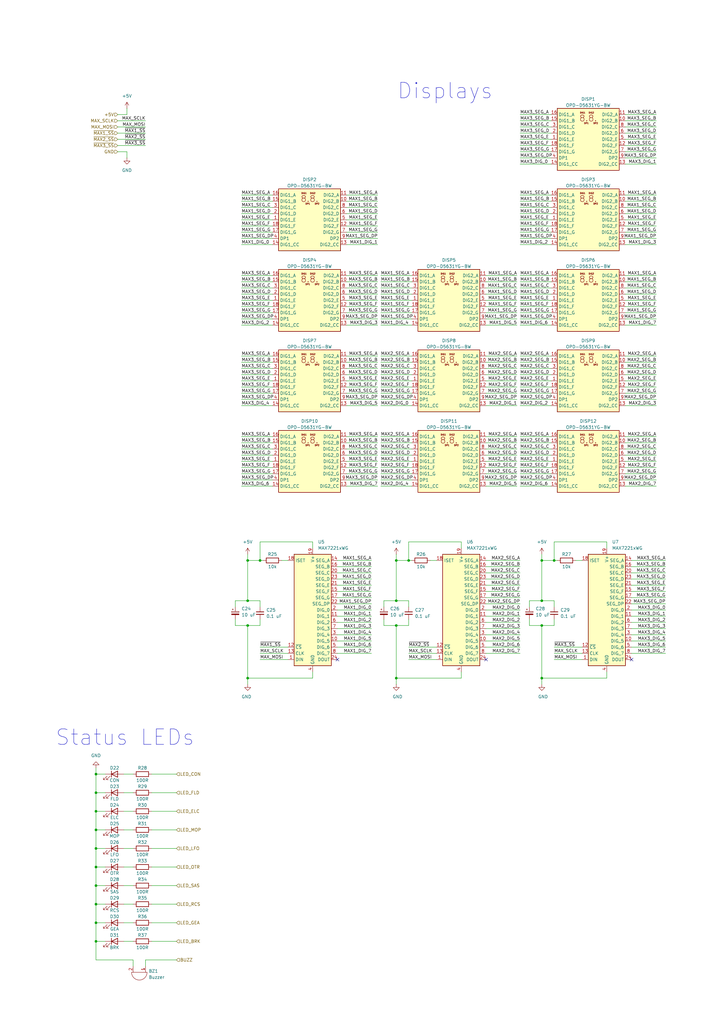
<source format=kicad_sch>
(kicad_sch (version 20250114) (generator "eeschema") (generator_version "9.0")
  (paper "A3" portrait)
  (text "Status LEDs\n" (at 22.606 306.324 0) (effects (font (size 6.35 6.35)) (justify left bottom)))
  (text "Displays" (at 162.814 41.148 0) (effects (font (size 6.35 6.35)) (justify left bottom)))
  (junction (at 39.37 340.36))
  (junction (at 39.37 370.84))
  (junction (at 39.37 363.22))
  (junction (at 39.37 347.98))
  (junction (at 227.33 229.87))
  (junction (at 39.37 332.74))
  (junction (at 222.25 246.38))
  (junction (at 222.25 256.54))
  (junction (at 167.64 229.87))
  (junction (at 39.37 378.46))
  (junction (at 222.25 229.87))
  (junction (at 101.6 229.87))
  (junction (at 222.25 278.13))
  (junction (at 162.56 256.54))
  (junction (at 39.37 386.08))
  (junction (at 101.6 246.38))
  (junction (at 39.37 355.6))
  (junction (at 162.56 278.13))
  (junction (at 162.56 229.87))
  (junction (at 39.37 317.5))
  (junction (at 101.6 278.13))
  (junction (at 106.68 229.87))
  (junction (at 101.6 256.54))
  (junction (at 162.56 246.38))
  (junction (at 39.37 325.12))
  (no_connect (at 199.39 270.51))
  (no_connect (at 138.43 270.51))
  (no_connect (at 259.08 270.51))
  (wire (pts (xy 256.54 166.37) (xy 269.24 166.37)))
  (wire (pts (xy 106.68 267.97) (xy 118.11 267.97)))
  (wire (pts (xy 39.37 386.08) (xy 39.37 378.46)))
  (wire (pts (xy 199.39 255.27) (xy 213.36 255.27)))
  (wire (pts (xy 39.37 370.84) (xy 39.37 363.22)))
  (wire (pts (xy 199.39 196.85) (xy 212.09 196.85)))
  (wire (pts (xy 213.36 62.23) (xy 226.06 62.23)))
  (wire (pts (xy 138.43 262.89) (xy 152.4 262.89)))
  (wire (pts (xy 259.08 250.19) (xy 273.05 250.19)))
  (wire (pts (xy 138.43 234.95) (xy 152.4 234.95)))
  (wire (pts (xy 156.21 191.77) (xy 168.91 191.77)))
  (wire (pts (xy 50.8 370.84) (xy 54.61 370.84)))
  (wire (pts (xy 168.91 229.87) (xy 167.64 229.87)))
  (wire (pts (xy 256.54 118.11) (xy 269.24 118.11)))
  (wire (pts (xy 99.06 130.81) (xy 111.76 130.81)))
  (wire (pts (xy 222.25 229.87) (xy 222.25 246.38)))
  (wire (pts (xy 157.48 256.54) (xy 162.56 256.54)))
  (wire (pts (xy 107.95 229.87) (xy 106.68 229.87)))
  (wire (pts (xy 199.39 115.57) (xy 212.09 115.57)))
  (wire (pts (xy 101.6 256.54) (xy 106.68 256.54)))
  (wire (pts (xy 142.24 186.69) (xy 154.94 186.69)))
  (wire (pts (xy 213.36 156.21) (xy 226.06 156.21)))
  (wire (pts (xy 142.24 80.01) (xy 154.94 80.01)))
  (wire (pts (xy 256.54 97.79) (xy 269.24 97.79)))
  (wire (pts (xy 199.39 166.37) (xy 212.09 166.37)))
  (wire (pts (xy 162.56 229.87) (xy 162.56 246.38)))
  (wire (pts (xy 99.06 181.61) (xy 111.76 181.61)))
  (wire (pts (xy 99.06 133.35) (xy 111.76 133.35)))
  (wire (pts (xy 39.37 340.36) (xy 39.37 332.74)))
  (wire (pts (xy 199.39 191.77) (xy 212.09 191.77)))
  (wire (pts (xy 142.24 196.85) (xy 154.94 196.85)))
  (wire (pts (xy 99.06 120.65) (xy 111.76 120.65)))
  (wire (pts (xy 142.24 161.29) (xy 154.94 161.29)))
  (wire (pts (xy 256.54 57.15) (xy 269.24 57.15)))
  (wire (pts (xy 157.48 248.92) (xy 157.48 246.38)))
  (wire (pts (xy 199.39 265.43) (xy 213.36 265.43)))
  (wire (pts (xy 217.17 246.38) (xy 222.25 246.38)))
  (wire (pts (xy 101.6 278.13) (xy 128.27 278.13)))
  (wire (pts (xy 167.64 265.43) (xy 179.07 265.43)))
  (wire (pts (xy 101.6 227.33) (xy 101.6 229.87)))
  (wire (pts (xy 256.54 113.03) (xy 269.24 113.03)))
  (wire (pts (xy 256.54 123.19) (xy 269.24 123.19)))
  (wire (pts (xy 199.39 245.11) (xy 213.36 245.11)))
  (wire (pts (xy 256.54 52.07) (xy 269.24 52.07)))
  (wire (pts (xy 256.54 130.81) (xy 269.24 130.81)))
  (wire (pts (xy 189.23 222.25) (xy 189.23 224.79)))
  (wire (pts (xy 213.36 191.77) (xy 226.06 191.77)))
  (wire (pts (xy 48.26 57.15) (xy 59.69 57.15)))
  (wire (pts (xy 142.24 199.39) (xy 154.94 199.39)))
  (wire (pts (xy 48.26 54.61) (xy 59.69 54.61)))
  (wire (pts (xy 156.21 199.39) (xy 168.91 199.39)))
  (wire (pts (xy 106.68 270.51) (xy 118.11 270.51)))
  (wire (pts (xy 162.56 229.87) (xy 167.64 229.87)))
  (wire (pts (xy 106.68 229.87) (xy 106.68 222.25)))
  (wire (pts (xy 138.43 240.03) (xy 152.4 240.03)))
  (wire (pts (xy 256.54 151.13) (xy 269.24 151.13)))
  (wire (pts (xy 39.37 314.96) (xy 39.37 317.5)))
  (wire (pts (xy 167.64 229.87) (xy 167.64 222.25)))
  (wire (pts (xy 213.36 158.75) (xy 226.06 158.75)))
  (wire (pts (xy 213.36 153.67) (xy 226.06 153.67)))
  (wire (pts (xy 213.36 196.85) (xy 226.06 196.85)))
  (wire (pts (xy 199.39 186.69) (xy 212.09 186.69)))
  (wire (pts (xy 156.21 123.19) (xy 168.91 123.19)))
  (wire (pts (xy 99.06 100.33) (xy 111.76 100.33)))
  (wire (pts (xy 256.54 120.65) (xy 269.24 120.65)))
  (wire (pts (xy 227.33 254) (xy 227.33 256.54)))
  (wire (pts (xy 142.24 163.83) (xy 154.94 163.83)))
  (wire (pts (xy 199.39 189.23) (xy 212.09 189.23)))
  (wire (pts (xy 142.24 123.19) (xy 154.94 123.19)))
  (wire (pts (xy 99.06 97.79) (xy 111.76 97.79)))
  (wire (pts (xy 156.21 120.65) (xy 168.91 120.65)))
  (wire (pts (xy 167.64 254) (xy 167.64 256.54)))
  (wire (pts (xy 128.27 275.59) (xy 128.27 278.13)))
  (wire (pts (xy 142.24 146.05) (xy 154.94 146.05)))
  (wire (pts (xy 96.52 246.38) (xy 101.6 246.38)))
  (wire (pts (xy 138.43 255.27) (xy 152.4 255.27)))
  (wire (pts (xy 50.8 378.46) (xy 54.61 378.46)))
  (wire (pts (xy 39.37 378.46) (xy 43.18 378.46)))
  (wire (pts (xy 167.64 267.97) (xy 179.07 267.97)))
  (wire (pts (xy 142.24 148.59) (xy 154.94 148.59)))
  (wire (pts (xy 213.36 67.31) (xy 226.06 67.31)))
  (wire (pts (xy 39.37 347.98) (xy 39.37 355.6)))
  (wire (pts (xy 199.39 250.19) (xy 213.36 250.19)))
  (wire (pts (xy 256.54 191.77) (xy 269.24 191.77)))
  (wire (pts (xy 199.39 247.65) (xy 213.36 247.65)))
  (wire (pts (xy 142.24 90.17) (xy 154.94 90.17)))
  (wire (pts (xy 199.39 148.59) (xy 212.09 148.59)))
  (wire (pts (xy 128.27 222.25) (xy 128.27 224.79)))
  (wire (pts (xy 39.37 317.5) (xy 43.18 317.5)))
  (wire (pts (xy 138.43 237.49) (xy 152.4 237.49)))
  (wire (pts (xy 99.06 153.67) (xy 111.76 153.67)))
  (wire (pts (xy 156.21 163.83) (xy 168.91 163.83)))
  (wire (pts (xy 156.21 156.21) (xy 168.91 156.21)))
  (wire (pts (xy 199.39 260.35) (xy 213.36 260.35)))
  (wire (pts (xy 99.06 156.21) (xy 111.76 156.21)))
  (wire (pts (xy 227.33 267.97) (xy 238.76 267.97)))
  (wire (pts (xy 213.36 166.37) (xy 226.06 166.37)))
  (wire (pts (xy 199.39 267.97) (xy 213.36 267.97)))
  (wire (pts (xy 39.37 347.98) (xy 39.37 340.36)))
  (wire (pts (xy 50.8 317.5) (xy 54.61 317.5)))
  (wire (pts (xy 39.37 332.74) (xy 43.18 332.74)))
  (wire (pts (xy 62.23 332.74) (xy 72.39 332.74)))
  (wire (pts (xy 62.23 378.46) (xy 72.39 378.46)))
  (wire (pts (xy 99.06 189.23) (xy 111.76 189.23)))
  (wire (pts (xy 142.24 82.55) (xy 154.94 82.55)))
  (wire (pts (xy 101.6 229.87) (xy 106.68 229.87)))
  (wire (pts (xy 138.43 247.65) (xy 152.4 247.65)))
  (wire (pts (xy 176.53 229.87) (xy 179.07 229.87)))
  (wire (pts (xy 256.54 46.99) (xy 269.24 46.99)))
  (wire (pts (xy 39.37 378.46) (xy 39.37 370.84)))
  (wire (pts (xy 101.6 278.13) (xy 101.6 280.67)))
  (wire (pts (xy 213.36 54.61) (xy 226.06 54.61)))
  (wire (pts (xy 256.54 163.83) (xy 269.24 163.83)))
  (wire (pts (xy 142.24 184.15) (xy 154.94 184.15)))
  (wire (pts (xy 248.92 275.59) (xy 248.92 278.13)))
  (wire (pts (xy 222.25 278.13) (xy 248.92 278.13)))
  (wire (pts (xy 213.36 148.59) (xy 226.06 148.59)))
  (wire (pts (xy 199.39 153.67) (xy 212.09 153.67)))
  (wire (pts (xy 99.06 90.17) (xy 111.76 90.17)))
  (wire (pts (xy 96.52 248.92) (xy 96.52 246.38)))
  (wire (pts (xy 256.54 59.69) (xy 269.24 59.69)))
  (wire (pts (xy 156.21 181.61) (xy 168.91 181.61)))
  (wire (pts (xy 213.36 146.05) (xy 226.06 146.05)))
  (wire (pts (xy 156.21 128.27) (xy 168.91 128.27)))
  (wire (pts (xy 99.06 166.37) (xy 111.76 166.37)))
  (wire (pts (xy 199.39 199.39) (xy 212.09 199.39)))
  (wire (pts (xy 138.43 257.81) (xy 152.4 257.81)))
  (wire (pts (xy 256.54 95.25) (xy 269.24 95.25)))
  (wire (pts (xy 199.39 130.81) (xy 212.09 130.81)))
  (wire (pts (xy 227.33 265.43) (xy 238.76 265.43)))
  (wire (pts (xy 222.25 227.33) (xy 222.25 229.87)))
  (wire (pts (xy 256.54 85.09) (xy 269.24 85.09)))
  (wire (pts (xy 62.23 340.36) (xy 72.39 340.36)))
  (wire (pts (xy 256.54 186.69) (xy 269.24 186.69)))
  (wire (pts (xy 259.08 267.97) (xy 273.05 267.97)))
  (wire (pts (xy 213.36 90.17) (xy 226.06 90.17)))
  (wire (pts (xy 39.37 370.84) (xy 43.18 370.84)))
  (wire (pts (xy 156.21 146.05) (xy 168.91 146.05)))
  (wire (pts (xy 213.36 49.53) (xy 226.06 49.53)))
  (wire (pts (xy 256.54 181.61) (xy 269.24 181.61)))
  (wire (pts (xy 199.39 179.07) (xy 212.09 179.07)))
  (wire (pts (xy 142.24 156.21) (xy 154.94 156.21)))
  (wire (pts (xy 99.06 179.07) (xy 111.76 179.07)))
  (wire (pts (xy 256.54 54.61) (xy 269.24 54.61)))
  (wire (pts (xy 259.08 247.65) (xy 273.05 247.65)))
  (wire (pts (xy 256.54 64.77) (xy 269.24 64.77)))
  (wire (pts (xy 62.23 317.5) (xy 72.39 317.5)))
  (wire (pts (xy 213.36 64.77) (xy 226.06 64.77)))
  (wire (pts (xy 142.24 118.11) (xy 154.94 118.11)))
  (wire (pts (xy 142.24 158.75) (xy 154.94 158.75)))
  (wire (pts (xy 99.06 184.15) (xy 111.76 184.15)))
  (wire (pts (xy 99.06 163.83) (xy 111.76 163.83)))
  (wire (pts (xy 142.24 120.65) (xy 154.94 120.65)))
  (wire (pts (xy 213.36 85.09) (xy 226.06 85.09)))
  (wire (pts (xy 199.39 194.31) (xy 212.09 194.31)))
  (wire (pts (xy 199.39 146.05) (xy 212.09 146.05)))
  (wire (pts (xy 50.8 325.12) (xy 54.61 325.12)))
  (wire (pts (xy 106.68 265.43) (xy 118.11 265.43)))
  (wire (pts (xy 199.39 123.19) (xy 212.09 123.19)))
  (wire (pts (xy 142.24 179.07) (xy 154.94 179.07)))
  (wire (pts (xy 62.23 370.84) (xy 72.39 370.84)))
  (wire (pts (xy 256.54 148.59) (xy 269.24 148.59)))
  (wire (pts (xy 256.54 194.31) (xy 269.24 194.31)))
  (wire (pts (xy 39.37 363.22) (xy 43.18 363.22)))
  (wire (pts (xy 213.36 189.23) (xy 226.06 189.23)))
  (wire (pts (xy 259.08 237.49) (xy 273.05 237.49)))
  (wire (pts (xy 213.36 95.25) (xy 226.06 95.25)))
  (wire (pts (xy 50.8 363.22) (xy 54.61 363.22)))
  (wire (pts (xy 99.06 158.75) (xy 111.76 158.75)))
  (wire (pts (xy 156.21 196.85) (xy 168.91 196.85)))
  (wire (pts (xy 222.25 246.38) (xy 227.33 246.38)))
  (wire (pts (xy 213.36 163.83) (xy 226.06 163.83)))
  (wire (pts (xy 213.36 199.39) (xy 226.06 199.39)))
  (wire (pts (xy 48.26 62.23) (xy 52.07 62.23)))
  (wire (pts (xy 256.54 199.39) (xy 269.24 199.39)))
  (wire (pts (xy 167.64 222.25) (xy 189.23 222.25)))
  (wire (pts (xy 256.54 115.57) (xy 269.24 115.57)))
  (wire (pts (xy 162.56 278.13) (xy 162.56 280.67)))
  (wire (pts (xy 115.57 229.87) (xy 118.11 229.87)))
  (wire (pts (xy 222.25 278.13) (xy 222.25 280.67)))
  (wire (pts (xy 189.23 275.59) (xy 189.23 278.13)))
  (wire (pts (xy 39.37 332.74) (xy 39.37 325.12)))
  (wire (pts (xy 199.39 237.49) (xy 213.36 237.49)))
  (wire (pts (xy 62.23 386.08) (xy 72.39 386.08)))
  (wire (pts (xy 62.23 347.98) (xy 72.39 347.98)))
  (wire (pts (xy 52.07 62.23) (xy 52.07 64.77)))
  (wire (pts (xy 227.33 246.38) (xy 227.33 248.92)))
  (wire (pts (xy 213.36 179.07) (xy 226.06 179.07)))
  (wire (pts (xy 259.08 245.11) (xy 273.05 245.11)))
  (wire (pts (xy 256.54 184.15) (xy 269.24 184.15)))
  (wire (pts (xy 142.24 181.61) (xy 154.94 181.61)))
  (wire (pts (xy 199.39 234.95) (xy 213.36 234.95)))
  (wire (pts (xy 259.08 265.43) (xy 273.05 265.43)))
  (wire (pts (xy 156.21 151.13) (xy 168.91 151.13)))
  (wire (pts (xy 199.39 257.81) (xy 213.36 257.81)))
  (wire (pts (xy 236.22 229.87) (xy 238.76 229.87)))
  (wire (pts (xy 213.36 100.33) (xy 226.06 100.33)))
  (wire (pts (xy 256.54 156.21) (xy 269.24 156.21)))
  (wire (pts (xy 157.48 246.38) (xy 162.56 246.38)))
  (wire (pts (xy 199.39 113.03) (xy 212.09 113.03)))
  (wire (pts (xy 259.08 240.03) (xy 273.05 240.03)))
  (wire (pts (xy 99.06 199.39) (xy 111.76 199.39)))
  (wire (pts (xy 217.17 248.92) (xy 217.17 246.38)))
  (wire (pts (xy 99.06 80.01) (xy 111.76 80.01)))
  (wire (pts (xy 256.54 49.53) (xy 269.24 49.53)))
  (wire (pts (xy 199.39 161.29) (xy 212.09 161.29)))
  (wire (pts (xy 138.43 229.87) (xy 152.4 229.87)))
  (wire (pts (xy 162.56 227.33) (xy 162.56 229.87)))
  (wire (pts (xy 59.69 393.7) (xy 59.69 396.24)))
  (wire (pts (xy 256.54 189.23) (xy 269.24 189.23)))
  (wire (pts (xy 96.52 254) (xy 96.52 256.54)))
  (wire (pts (xy 156.21 115.57) (xy 168.91 115.57)))
  (wire (pts (xy 99.06 115.57) (xy 111.76 115.57)))
  (wire (pts (xy 156.21 125.73) (xy 168.91 125.73)))
  (wire (pts (xy 50.8 347.98) (xy 54.61 347.98)))
  (wire (pts (xy 142.24 95.25) (xy 154.94 95.25)))
  (wire (pts (xy 99.06 196.85) (xy 111.76 196.85)))
  (wire (pts (xy 259.08 229.87) (xy 273.05 229.87)))
  (wire (pts (xy 138.43 245.11) (xy 152.4 245.11)))
  (wire (pts (xy 256.54 67.31) (xy 269.24 67.31)))
  (wire (pts (xy 256.54 133.35) (xy 269.24 133.35)))
  (wire (pts (xy 106.68 246.38) (xy 106.68 248.92)))
  (wire (pts (xy 59.69 393.7) (xy 72.39 393.7)))
  (wire (pts (xy 199.39 118.11) (xy 212.09 118.11)))
  (wire (pts (xy 213.36 120.65) (xy 226.06 120.65)))
  (wire (pts (xy 156.21 184.15) (xy 168.91 184.15)))
  (wire (pts (xy 142.24 133.35) (xy 154.94 133.35)))
  (wire (pts (xy 52.07 46.99) (xy 52.07 44.45)))
  (wire (pts (xy 142.24 85.09) (xy 154.94 85.09)))
  (wire (pts (xy 50.8 355.6) (xy 54.61 355.6)))
  (wire (pts (xy 96.52 256.54) (xy 101.6 256.54)))
  (wire (pts (xy 256.54 82.55) (xy 269.24 82.55)))
  (wire (pts (xy 142.24 153.67) (xy 154.94 153.67)))
  (wire (pts (xy 156.21 194.31) (xy 168.91 194.31)))
  (wire (pts (xy 222.25 256.54) (xy 222.25 278.13)))
  (wire (pts (xy 213.36 181.61) (xy 226.06 181.61)))
  (wire (pts (xy 156.21 130.81) (xy 168.91 130.81)))
  (wire (pts (xy 142.24 97.79) (xy 154.94 97.79)))
  (wire (pts (xy 167.64 246.38) (xy 167.64 248.92)))
  (wire (pts (xy 43.18 386.08) (xy 39.37 386.08)))
  (wire (pts (xy 138.43 252.73) (xy 152.4 252.73)))
  (wire (pts (xy 213.36 80.01) (xy 226.06 80.01)))
  (wire (pts (xy 142.24 166.37) (xy 154.94 166.37)))
  (wire (pts (xy 99.06 92.71) (xy 111.76 92.71)))
  (wire (pts (xy 39.37 393.7) (xy 39.37 386.08)))
  (wire (pts (xy 199.39 133.35) (xy 212.09 133.35)))
  (wire (pts (xy 142.24 125.73) (xy 154.94 125.73)))
  (wire (pts (xy 213.36 151.13) (xy 226.06 151.13)))
  (wire (pts (xy 39.37 393.7) (xy 54.61 393.7)))
  (wire (pts (xy 48.26 52.07) (xy 59.69 52.07)))
  (wire (pts (xy 106.68 222.25) (xy 128.27 222.25)))
  (wire (pts (xy 213.36 118.11) (xy 226.06 118.11)))
  (wire (pts (xy 48.26 49.53) (xy 59.69 49.53)))
  (wire (pts (xy 217.17 256.54) (xy 222.25 256.54)))
  (wire (pts (xy 199.39 229.87) (xy 213.36 229.87)))
  (wire (pts (xy 162.56 256.54) (xy 167.64 256.54)))
  (wire (pts (xy 156.21 113.03) (xy 168.91 113.03)))
  (wire (pts (xy 99.06 161.29) (xy 111.76 161.29)))
  (wire (pts (xy 54.61 393.7) (xy 54.61 396.24)))
  (wire (pts (xy 99.06 194.31) (xy 111.76 194.31)))
  (wire (pts (xy 99.06 125.73) (xy 111.76 125.73)))
  (wire (pts (xy 213.36 59.69) (xy 226.06 59.69)))
  (wire (pts (xy 213.36 161.29) (xy 226.06 161.29)))
  (wire (pts (xy 248.92 222.25) (xy 248.92 224.79)))
  (wire (pts (xy 199.39 240.03) (xy 213.36 240.03)))
  (wire (pts (xy 256.54 158.75) (xy 269.24 158.75)))
  (wire (pts (xy 138.43 265.43) (xy 152.4 265.43)))
  (wire (pts (xy 259.08 234.95) (xy 273.05 234.95)))
  (wire (pts (xy 62.23 355.6) (xy 72.39 355.6)))
  (wire (pts (xy 199.39 158.75) (xy 212.09 158.75)))
  (wire (pts (xy 62.23 325.12) (xy 72.39 325.12)))
  (wire (pts (xy 156.21 189.23) (xy 168.91 189.23)))
  (wire (pts (xy 48.26 46.99) (xy 52.07 46.99)))
  (wire (pts (xy 142.24 113.03) (xy 154.94 113.03)))
  (wire (pts (xy 142.24 100.33) (xy 154.94 100.33)))
  (wire (pts (xy 199.39 181.61) (xy 212.09 181.61)))
  (wire (pts (xy 199.39 151.13) (xy 212.09 151.13)))
  (wire (pts (xy 199.39 128.27) (xy 212.09 128.27)))
  (wire (pts (xy 101.6 246.38) (xy 106.68 246.38)))
  (wire (pts (xy 156.21 179.07) (xy 168.91 179.07)))
  (wire (pts (xy 138.43 260.35) (xy 152.4 260.35)))
  (wire (pts (xy 213.36 133.35) (xy 226.06 133.35)))
  (wire (pts (xy 213.36 52.07) (xy 226.06 52.07)))
  (wire (pts (xy 256.54 128.27) (xy 269.24 128.27)))
  (wire (pts (xy 39.37 325.12) (xy 39.37 317.5)))
  (wire (pts (xy 222.25 256.54) (xy 227.33 256.54)))
  (wire (pts (xy 142.24 130.81) (xy 154.94 130.81)))
  (wire (pts (xy 106.68 254) (xy 106.68 256.54)))
  (wire (pts (xy 259.08 262.89) (xy 273.05 262.89)))
  (wire (pts (xy 256.54 90.17) (xy 269.24 90.17)))
  (wire (pts (xy 213.36 184.15) (xy 226.06 184.15)))
  (wire (pts (xy 142.24 189.23) (xy 154.94 189.23)))
  (wire (pts (xy 256.54 146.05) (xy 269.24 146.05)))
  (wire (pts (xy 99.06 186.69) (xy 111.76 186.69)))
  (wire (pts (xy 222.25 229.87) (xy 227.33 229.87)))
  (wire (pts (xy 99.06 151.13) (xy 111.76 151.13)))
  (wire (pts (xy 199.39 125.73) (xy 212.09 125.73)))
  (wire (pts (xy 99.06 146.05) (xy 111.76 146.05)))
  (wire (pts (xy 213.36 87.63) (xy 226.06 87.63)))
  (wire (pts (xy 99.06 82.55) (xy 111.76 82.55)))
  (wire (pts (xy 142.24 128.27) (xy 154.94 128.27)))
  (wire (pts (xy 256.54 87.63) (xy 269.24 87.63)))
  (wire (pts (xy 156.21 158.75) (xy 168.91 158.75)))
  (wire (pts (xy 156.21 153.67) (xy 168.91 153.67)))
  (wire (pts (xy 48.26 59.69) (xy 59.69 59.69)))
  (wire (pts (xy 162.56 256.54) (xy 162.56 278.13)))
  (wire (pts (xy 101.6 229.87) (xy 101.6 246.38)))
  (wire (pts (xy 217.17 254) (xy 217.17 256.54)))
  (wire (pts (xy 39.37 363.22) (xy 39.37 355.6)))
  (wire (pts (xy 99.06 87.63) (xy 111.76 87.63)))
  (wire (pts (xy 259.08 255.27) (xy 273.05 255.27)))
  (wire (pts (xy 138.43 242.57) (xy 152.4 242.57)))
  (wire (pts (xy 213.36 115.57) (xy 226.06 115.57)))
  (wire (pts (xy 142.24 194.31) (xy 154.94 194.31)))
  (wire (pts (xy 259.08 252.73) (xy 273.05 252.73)))
  (wire (pts (xy 256.54 100.33) (xy 269.24 100.33)))
  (wire (pts (xy 99.06 123.19) (xy 111.76 123.19)))
  (wire (pts (xy 199.39 242.57) (xy 213.36 242.57)))
  (wire (pts (xy 156.21 161.29) (xy 168.91 161.29)))
  (wire (pts (xy 256.54 153.67) (xy 269.24 153.67)))
  (wire (pts (xy 213.36 194.31) (xy 226.06 194.31)))
  (wire (pts (xy 142.24 115.57) (xy 154.94 115.57)))
  (wire (pts (xy 213.36 57.15) (xy 226.06 57.15)))
  (wire (pts (xy 39.37 347.98) (xy 43.18 347.98)))
  (wire (pts (xy 156.21 148.59) (xy 168.91 148.59)))
  (wire (pts (xy 138.43 232.41) (xy 152.4 232.41)))
  (wire (pts (xy 199.39 184.15) (xy 212.09 184.15)))
  (wire (pts (xy 50.8 340.36) (xy 54.61 340.36)))
  (wire (pts (xy 156.21 133.35) (xy 168.91 133.35)))
  (wire (pts (xy 256.54 80.01) (xy 269.24 80.01)))
  (wire (pts (xy 213.36 128.27) (xy 226.06 128.27)))
  (wire (pts (xy 156.21 186.69) (xy 168.91 186.69)))
  (wire (pts (xy 142.24 92.71) (xy 154.94 92.71)))
  (wire (pts (xy 199.39 120.65) (xy 212.09 120.65)))
  (wire (pts (xy 256.54 196.85) (xy 269.24 196.85)))
  (wire (pts (xy 99.06 128.27) (xy 111.76 128.27)))
  (wire (pts (xy 227.33 270.51) (xy 238.76 270.51)))
  (wire (pts (xy 213.36 97.79) (xy 226.06 97.79)))
  (wire (pts (xy 213.36 123.19) (xy 226.06 123.19)))
  (wire (pts (xy 213.36 82.55) (xy 226.06 82.55)))
  (wire (pts (xy 199.39 163.83) (xy 212.09 163.83)))
  (wire (pts (xy 167.64 270.51) (xy 179.07 270.51)))
  (wire (pts (xy 227.33 222.25) (xy 248.92 222.25)))
  (wire (pts (xy 256.54 125.73) (xy 269.24 125.73)))
  (wire (pts (xy 227.33 229.87) (xy 227.33 222.25)))
  (wire (pts (xy 259.08 260.35) (xy 273.05 260.35)))
  (wire (pts (xy 256.54 62.23) (xy 269.24 62.23)))
  (wire (pts (xy 199.39 262.89) (xy 213.36 262.89)))
  (wire (pts (xy 99.06 191.77) (xy 111.76 191.77)))
  (wire (pts (xy 259.08 242.57) (xy 273.05 242.57)))
  (wire (pts (xy 142.24 191.77) (xy 154.94 191.77)))
  (wire (pts (xy 213.36 113.03) (xy 226.06 113.03)))
  (wire (pts (xy 199.39 252.73) (xy 213.36 252.73)))
  (wire (pts (xy 99.06 118.11) (xy 111.76 118.11)))
  (wire (pts (xy 50.8 332.74) (xy 54.61 332.74)))
  (wire (pts (xy 142.24 151.13) (xy 154.94 151.13)))
  (wire (pts (xy 99.06 85.09) (xy 111.76 85.09)))
  (wire (pts (xy 213.36 130.81) (xy 226.06 130.81)))
  (wire (pts (xy 39.37 325.12) (xy 43.18 325.12)))
  (wire (pts (xy 101.6 256.54) (xy 101.6 278.13)))
  (wire (pts (xy 259.08 257.81) (xy 273.05 257.81)))
  (wire (pts (xy 138.43 267.97) (xy 152.4 267.97)))
  (wire (pts (xy 50.8 386.08) (xy 54.61 386.08)))
  (wire (pts (xy 213.36 125.73) (xy 226.06 125.73)))
  (wire (pts (xy 213.36 186.69) (xy 226.06 186.69)))
  (wire (pts (xy 256.54 92.71) (xy 269.24 92.71)))
  (wire (pts (xy 162.56 278.13) (xy 189.23 278.13)))
  (wire (pts (xy 156.21 118.11) (xy 168.91 118.11)))
  (wire (pts (xy 228.6 229.87) (xy 227.33 229.87)))
  (wire (pts (xy 39.37 340.36) (xy 43.18 340.36)))
  (wire (pts (xy 213.36 46.99) (xy 226.06 46.99)))
  (wire (pts (xy 199.39 232.41) (xy 213.36 232.41)))
  (wire (pts (xy 142.24 87.63) (xy 154.94 87.63)))
  (wire (pts (xy 256.54 179.07) (xy 269.24 179.07)))
  (wire (pts (xy 39.37 355.6) (xy 43.18 355.6)))
  (wire (pts (xy 256.54 161.29) (xy 269.24 161.29)))
  (wire (pts (xy 213.36 92.71) (xy 226.06 92.71)))
  (wire (pts (xy 99.06 148.59) (xy 111.76 148.59)))
  (wire (pts (xy 99.06 95.25) (xy 111.76 95.25)))
  (wire (pts (xy 157.48 254) (xy 157.48 256.54)))
  (wire (pts (xy 259.08 232.41) (xy 273.05 232.41)))
  (wire (pts (xy 199.39 156.21) (xy 212.09 156.21)))
  (wire (pts (xy 62.23 363.22) (xy 72.39 363.22)))
  (wire (pts (xy 162.56 246.38) (xy 167.64 246.38)))
  (wire (pts (xy 138.43 250.19) (xy 152.4 250.19)))
  (wire (pts (xy 156.21 166.37) (xy 168.91 166.37)))
  (wire (pts (xy 99.06 113.03) (xy 111.76 113.03)))
  (label "MAX3_SEG_F" (at 154.94 191.77 180))
  (label "MAX2_SEG_D" (at 213.36 153.67 0))
  (label "MAX3_SEG_B" (at 154.94 181.61 180))
  (label "MAX1_SEG_E" (at 156.21 123.19 0))
  (label "MAX1_SEG_D" (at 154.94 87.63 180))
  (label "MAX1_SEG_G" (at 156.21 128.27 0))
  (label "MAX3_DIG_0" (at 213.36 67.31 0))
  (label "MAX2_SEG_A" (at 213.36 146.05 0))
  (label "MAX2_SEG_DP" (at 156.21 196.85 0))
  (label "MAX3_SEG_E" (at 99.06 189.23 0))
  (label "MAX3_SEG_D" (at 99.06 120.65 0))
  (label "MAX2_SEG_B" (at 213.36 148.59 0))
  (label "MAX1_DIG_4" (at 156.21 133.35 0))
  (label "MAX1_SEG_F" (at 99.06 92.71 0))
  (label "MAX2_SEG_B" (at 269.24 148.59 180))
  (label "MAX1_SEG_E" (at 99.06 90.17 0))
  (label "MAX2_SEG_B" (at 156.21 181.61 0))
  (label "MAX3_SEG_B" (at 99.06 148.59 0))
  (label "MAX2_DIG_0" (at 213.36 250.19 180))
  (label "MAX1_SEG_DP" (at 213.36 130.81 0))
  (label "MAX1_SEG_D" (at 213.36 87.63 0))
  (label "MAX2_SEG_A" (at 156.21 179.07 0))
  (label "~{MAX1_SS}" (at 106.68 265.43 0))
  (label "MAX3_SEG_G" (at 269.24 62.23 180))
  (label "MAX_SCLK" (at 59.69 49.53 180))
  (label "MAX2_SEG_C" (at 269.24 151.13 180))
  (label "MAX3_DIG_6" (at 99.06 199.39 0))
  (label "MAX2_SEG_C" (at 212.09 151.13 180))
  (label "MAX3_DIG_3" (at 273.05 257.81 180))
  (label "MAX1_SEG_F" (at 213.36 92.71 0))
  (label "MAX1_SEG_A" (at 213.36 80.01 0))
  (label "MAX3_DIG_4" (at 99.06 166.37 0))
  (label "MAX2_SEG_D" (at 212.09 186.69 180))
  (label "MAX3_SEG_DP" (at 99.06 130.81 0))
  (label "MAX1_DIG_2" (at 213.36 100.33 0))
  (label "MAX3_SEG_E" (at 273.05 240.03 180))
  (label "~{MAX2_SS}" (at 59.69 57.15 180))
  (label "MAX1_SEG_B" (at 156.21 115.57 0))
  (label "MAX1_SEG_G" (at 99.06 95.25 0))
  (label "MAX2_SEG_C" (at 156.21 184.15 0))
  (label "MAX3_SEG_G" (at 154.94 161.29 180))
  (label "MAX2_SEG_E" (at 269.24 189.23 180))
  (label "MAX2_SEG_G" (at 156.21 161.29 0))
  (label "MAX3_SEG_E" (at 154.94 156.21 180))
  (label "MAX1_SEG_A" (at 213.36 113.03 0))
  (label "MAX2_SEG_A" (at 213.36 229.87 180))
  (label "MAX3_DIG_7" (at 154.94 199.39 180))
  (label "MAX1_SEG_G" (at 269.24 95.25 180))
  (label "MAX2_SEG_E" (at 269.24 156.21 180))
  (label "MAX2_SEG_C" (at 156.21 151.13 0))
  (label "MAX2_SEG_G" (at 213.36 194.31 0))
  (label "MAX2_SEG_G" (at 269.24 161.29 180))
  (label "MAX1_DIG_7" (at 152.4 267.97 180))
  (label "MAX3_SEG_G" (at 99.06 161.29 0))
  (label "MAX3_SEG_D" (at 269.24 54.61 180))
  (label "MAX1_SEG_A" (at 99.06 80.01 0))
  (label "MAX1_SEG_A" (at 154.94 80.01 180))
  (label "MAX1_DIG_6" (at 152.4 265.43 180))
  (label "~{MAX1_SS}" (at 59.69 54.61 180))
  (label "MAX3_SEG_A" (at 269.24 46.99 180))
  (label "MAX2_SEG_D" (at 212.09 153.67 180))
  (label "MAX3_SEG_A" (at 154.94 146.05 180))
  (label "MAX1_SEG_E" (at 269.24 90.17 180))
  (label "MAX1_SEG_DP" (at 99.06 97.79 0))
  (label "MAX3_SEG_G" (at 213.36 62.23 0))
  (label "MAX2_SEG_F" (at 213.36 191.77 0))
  (label "MAX2_DIG_3" (at 213.36 257.81 180))
  (label "MAX2_SEG_F" (at 156.21 191.77 0))
  (label "MAX2_SEG_B" (at 269.24 181.61 180))
  (label "MAX3_SEG_E" (at 213.36 57.15 0))
  (label "MAX2_DIG_0" (at 156.21 166.37 0))
  (label "MAX1_SEG_C" (at 269.24 118.11 180))
  (label "MAX3_DIG_0" (at 273.05 250.19 180))
  (label "MAX1_SEG_E" (at 212.09 123.19 180))
  (label "MAX2_DIG_6" (at 213.36 199.39 0))
  (label "MAX1_SEG_DP" (at 212.09 130.81 180))
  (label "MAX1_DIG_1" (at 152.4 252.73 180))
  (label "~{MAX3_SS}" (at 227.33 265.43 0))
  (label "MAX2_SEG_D" (at 213.36 186.69 0))
  (label "MAX2_DIG_1" (at 212.09 166.37 180))
  (label "MAX3_SEG_G" (at 99.06 128.27 0))
  (label "MAX_MOSI" (at 59.69 52.07 180))
  (label "MAX3_SEG_F" (at 269.24 59.69 180))
  (label "MAX1_DIG_5" (at 152.4 262.89 180))
  (label "MAX1_SEG_F" (at 152.4 242.57 180))
  (label "MAX1_SEG_C" (at 212.09 118.11 180))
  (label "MAX3_SEG_B" (at 213.36 49.53 0))
  (label "MAX_SCLK" (at 227.33 267.97 0))
  (label "MAX1_DIG_5" (at 212.09 133.35 180))
  (label "MAX2_SEG_A" (at 156.21 146.05 0))
  (label "MAX1_SEG_C" (at 156.21 118.11 0))
  (label "MAX3_SEG_B" (at 99.06 115.57 0))
  (label "MAX1_DIG_7" (at 269.24 133.35 180))
  (label "MAX1_SEG_C" (at 213.36 118.11 0))
  (label "MAX2_SEG_B" (at 212.09 181.61 180))
  (label "MAX2_SEG_D" (at 269.24 153.67 180))
  (label "MAX1_DIG_3" (at 152.4 257.81 180))
  (label "MAX2_SEG_D" (at 156.21 186.69 0))
  (label "MAX1_SEG_E" (at 269.24 123.19 180))
  (label "MAX3_SEG_D" (at 154.94 120.65 180))
  (label "MAX2_SEG_A" (at 213.36 179.07 0))
  (label "MAX3_SEG_B" (at 154.94 148.59 180))
  (label "MAX1_SEG_G" (at 152.4 245.11 180))
  (label "MAX3_SEG_A" (at 99.06 113.03 0))
  (label "MAX2_SEG_E" (at 213.36 240.03 180))
  (label "MAX1_SEG_F" (at 212.09 125.73 180))
  (label "MAX3_SEG_C" (at 99.06 184.15 0))
  (label "MAX3_DIG_3" (at 154.94 133.35 180))
  (label "MAX1_SEG_F" (at 269.24 92.71 180))
  (label "MAX1_SEG_G" (at 154.94 95.25 180))
  (label "MAX1_SEG_D" (at 152.4 237.49 180))
  (label "MAX2_SEG_F" (at 213.36 242.57 180))
  (label "MAX2_DIG_5" (at 212.09 199.39 180))
  (label "MAX2_SEG_C" (at 213.36 234.95 180))
  (label "MAX2_SEG_A" (at 269.24 146.05 180))
  (label "MAX2_SEG_F" (at 269.24 191.77 180))
  (label "MAX1_SEG_G" (at 212.09 128.27 180))
  (label "MAX3_SEG_DP" (at 99.06 196.85 0))
  (label "MAX3_SEG_A" (at 273.05 229.87 180))
  (label "MAX_MOSI" (at 106.68 270.51 0))
  (label "MAX3_SEG_F" (at 99.06 191.77 0))
  (label "MAX3_SEG_DP" (at 269.24 64.77 180))
  (label "MAX3_SEG_A" (at 213.36 46.99 0))
  (label "MAX3_SEG_DP" (at 154.94 163.83 180))
  (label "MAX2_SEG_E" (at 212.09 156.21 180))
  (label "MAX2_SEG_F" (at 212.09 158.75 180))
  (label "MAX3_DIG_2" (at 99.06 133.35 0))
  (label "MAX1_SEG_G" (at 269.24 128.27 180))
  (label "MAX1_SEG_F" (at 269.24 125.73 180))
  (label "MAX3_DIG_5" (at 154.94 166.37 180))
  (label "MAX2_DIG_6" (at 213.36 265.43 180))
  (label "MAX2_DIG_7" (at 213.36 267.97 180))
  (label "MAX3_SEG_C" (at 213.36 52.07 0))
  (label "MAX2_SEG_B" (at 213.36 181.61 0))
  (label "MAX1_SEG_B" (at 269.24 82.55 180))
  (label "MAX2_DIG_2" (at 213.36 166.37 0))
  (label "MAX3_SEG_D" (at 154.94 186.69 180))
  (label "MAX1_SEG_E" (at 213.36 123.19 0))
  (label "MAX1_SEG_A" (at 156.21 113.03 0))
  (label "MAX3_SEG_C" (at 99.06 151.13 0))
  (label "MAX2_SEG_DP" (at 269.24 163.83 180))
  (label "MAX3_SEG_C" (at 154.94 184.15 180))
  (label "MAX2_SEG_DP" (at 213.36 196.85 0))
  (label "MAX2_SEG_D" (at 213.36 237.49 180))
  (label "MAX3_SEG_DP" (at 273.05 247.65 180))
  (label "MAX3_SEG_G" (at 99.06 194.31 0))
  (label "MAX2_SEG_C" (at 212.09 184.15 180))
  (label "MAX3_SEG_DP" (at 213.36 64.77 0))
  (label "MAX2_DIG_4" (at 213.36 260.35 180))
  (label "MAX1_SEG_E" (at 152.4 240.03 180))
  (label "MAX1_SEG_DP" (at 152.4 247.65 180))
  (label "MAX1_SEG_C" (at 269.24 85.09 180))
  (label "MAX1_DIG_6" (at 213.36 133.35 0))
  (label "MAX1_SEG_D" (at 99.06 87.63 0))
  (label "MAX3_SEG_DP" (at 154.94 130.81 180))
  (label "MAX2_SEG_G" (at 213.36 161.29 0))
  (label "MAX2_SEG_D" (at 156.21 153.67 0))
  (label "MAX1_SEG_A" (at 269.24 113.03 180))
  (label "MAX2_SEG_B" (at 212.09 148.59 180))
  (label "MAX1_SEG_G" (at 213.36 95.25 0))
  (label "MAX2_SEG_DP" (at 269.24 196.85 180))
  (label "MAX2_SEG_A" (at 269.24 179.07 180))
  (label "MAX1_SEG_A" (at 212.09 113.03 180))
  (label "MAX2_SEG_A" (at 212.09 146.05 180))
  (label "~{MAX3_SS}" (at 59.69 59.69 180))
  (label "MAX1_SEG_D" (at 269.24 120.65 180))
  (label "MAX3_SEG_G" (at 154.94 128.27 180))
  (label "MAX3_SEG_F" (at 213.36 59.69 0))
  (label "MAX3_SEG_A" (at 154.94 179.07 180))
  (label "MAX1_SEG_E" (at 213.36 90.17 0))
  (label "MAX1_SEG_G" (at 213.36 128.27 0))
  (label "MAX1_SEG_B" (at 152.4 232.41 180))
  (label "MAX2_SEG_C" (at 213.36 151.13 0))
  (label "MAX2_SEG_B" (at 156.21 148.59 0))
  (label "MAX1_SEG_D" (at 269.24 87.63 180))
  (label "MAX1_SEG_D" (at 156.21 120.65 0))
  (label "MAX3_SEG_D" (at 154.94 153.67 180))
  (label "MAX2_DIG_2" (at 213.36 255.27 180))
  (label "MAX3_SEG_D" (at 99.06 153.67 0))
  (label "MAX3_SEG_A" (at 154.94 113.03 180))
  (label "MAX1_SEG_B" (at 213.36 82.55 0))
  (label "MAX1_DIG_4" (at 152.4 260.35 180))
  (label "MAX2_SEG_A" (at 212.09 179.07 180))
  (label "MAX3_DIG_6" (at 273.05 265.43 180))
  (label "MAX1_DIG_2" (at 152.4 255.27 180))
  (label "MAX1_SEG_C" (at 213.36 85.09 0))
  (label "MAX3_DIG_4" (at 273.05 260.35 180))
  (label "MAX3_SEG_A" (at 99.06 179.07 0))
  (label "MAX3_SEG_F" (at 154.94 125.73 180))
  (label "~{MAX2_SS}" (at 167.64 265.43 0))
  (label "MAX3_SEG_C" (at 273.05 234.95 180))
  (label "MAX3_SEG_A" (at 99.06 146.05 0))
  (label "MAX3_SEG_D" (at 213.36 54.61 0))
  (label "MAX2_SEG_DP" (at 156.21 163.83 0))
  (label "MAX1_DIG_0" (at 152.4 250.19 180))
  (label "MAX1_SEG_DP" (at 156.21 130.81 0))
  (label "MAX3_SEG_C" (at 99.06 118.11 0))
  (label "MAX2_SEG_G" (at 156.21 194.31 0))
  (label "MAX2_SEG_E" (at 213.36 156.21 0))
  (label "MAX1_SEG_B" (at 213.36 115.57 0))
  (label "MAX3_SEG_E" (at 99.06 156.21 0))
  (label "MAX3_SEG_E" (at 99.06 123.19 0))
  (label "MAX3_SEG_F" (at 99.06 158.75 0))
  (label "MAX3_DIG_7" (at 273.05 267.97 180))
  (label "MAX2_SEG_G" (at 269.24 194.31 180))
  (label "MAX2_DIG_3" (at 269.24 166.37 180))
  (label "MAX1_SEG_F" (at 156.21 125.73 0))
  (label "MAX1_SEG_DP" (at 154.94 97.79 180))
  (label "MAX1_SEG_B" (at 212.09 115.57 180))
  (label "MAX3_SEG_B" (at 154.94 115.57 180))
  (label "MAX2_SEG_E" (at 212.09 189.23 180))
  (label "MAX2_SEG_D" (at 269.24 186.69 180))
  (label "MAX1_SEG_F" (at 213.36 125.73 0))
  (label "MAX2_DIG_5" (at 213.36 262.89 180))
  (label "MAX2_SEG_G" (at 213.36 245.11 180))
  (label "MAX1_DIG_3" (at 269.24 100.33 180))
  (label "MAX3_DIG_5" (at 273.05 262.89 180))
  (label "MAX2_SEG_F" (at 213.36 158.75 0))
  (label "MAX3_DIG_1" (at 269.24 67.31 180))
  (label "MAX2_SEG_F" (at 156.21 158.75 0))
  (label "MAX3_SEG_E" (at 154.94 123.19 180))
  (label "MAX_MOSI" (at 227.33 270.51 0))
  (label "MAX2_SEG_F" (at 269.24 158.75 180))
  (label "MAX2_SEG_DP" (at 212.09 196.85 180))
  (label "MAX1_SEG_B" (at 99.06 82.55 0))
  (label "MAX3_SEG_E" (at 154.94 189.23 180))
  (label "MAX2_SEG_DP" (at 212.09 163.83 180))
  (label "MAX1_SEG_C" (at 152.4 234.95 180))
  (label "MAX3_SEG_D" (at 273.05 237.49 180))
  (label "MAX3_DIG_1" (at 273.05 252.73 180))
  (label "MAX1_SEG_A" (at 269.24 80.01 180))
  (label "MAX3_SEG_D" (at 99.06 186.69 0))
  (label "MAX2_SEG_C" (at 213.36 184.15 0))
  (label "MAX3_SEG_E" (at 269.24 57.15 180))
  (label "MAX1_SEG_D" (at 212.09 120.65 180))
  (label "MAX3_SEG_B" (at 273.05 232.41 180))
  (label "MAX3_SEG_G" (at 154.94 194.31 180))
  (label "MAX3_SEG_F" (at 154.94 158.75 180))
  (label "MAX2_SEG_C" (at 269.24 184.15 180))
  (label "MAX3_SEG_B" (at 269.24 49.53 180))
  (label "MAX1_SEG_F" (at 154.94 92.71 180))
  (label "MAX1_SEG_A" (at 152.4 229.87 180))
  (label "MAX3_SEG_F" (at 99.06 125.73 0))
  (label "MAX2_SEG_G" (at 212.09 161.29 180))
  (label "MAX_MOSI" (at 167.64 270.51 0))
  (label "MAX1_SEG_DP" (at 269.24 97.79 180))
  (label "MAX2_SEG_G" (at 212.09 194.31 180))
  (label "MAX2_SEG_E" (at 156.21 156.21 0))
  (label "MAX1_SEG_E" (at 154.94 90.17 180))
  (label "MAX3_SEG_C" (at 154.94 118.11 180))
  (label "MAX3_SEG_DP" (at 99.06 163.83 0))
  (label "MAX2_SEG_E" (at 213.36 189.23 0))
  (label "MAX3_SEG_DP" (at 154.94 196.85 180))
  (label "MAX1_SEG_B" (at 154.94 82.55 180))
  (label "MAX1_SEG_C" (at 99.06 85.09 0))
  (label "MAX2_DIG_1" (at 213.36 252.73 180))
  (label "MAX3_SEG_C" (at 154.94 151.13 180))
  (label "MAX3_SEG_G" (at 273.05 245.11 180))
  (label "MAX3_SEG_F" (at 273.05 242.57 180))
  (label "MAX1_DIG_1" (at 154.94 100.33 180))
  (label "MAX3_SEG_B" (at 99.06 181.61 0))
  (label "MAX_SCLK" (at 106.68 267.97 0))
  (label "MAX2_SEG_B" (at 213.36 232.41 180))
  (label "MAX2_SEG_DP" (at 213.36 247.65 180))
  (label "MAX1_SEG_C" (at 154.94 85.09 180))
  (label "MAX1_SEG_DP" (at 269.24 130.81 180))
  (label "MAX3_DIG_2" (at 273.05 255.27 180))
  (label "MAX2_SEG_E" (at 156.21 189.23 0))
  (label "MAX2_DIG_4" (at 156.21 199.39 0))
  (label "MAX2_SEG_DP" (at 213.36 163.83 0))
  (label "MAX1_DIG_0" (at 99.06 100.33 0))
  (label "MAX1_SEG_D" (at 213.36 120.65 0))
  (label "MAX3_SEG_C" (at 269.24 52.07 180))
  (label "MAX_SCLK" (at 167.64 267.97 0))
  (label "MAX1_SEG_DP" (at 213.36 97.79 0))
  (label "MAX2_SEG_F" (at 212.09 191.77 180))
  (label "MAX1_SEG_B" (at 269.24 115.57 180))
  (label "MAX2_DIG_7" (at 269.24 199.39 180))
  (hierarchical_label "LED_RCS" (shape input) (at 72.39 370.84 0))
  (hierarchical_label "MAX_SCLK" (shape input) (at 48.26 49.53 180))
  (hierarchical_label "+5V" (shape input) (at 48.26 46.99 180))
  (hierarchical_label "LED_GEA" (shape input) (at 72.39 378.46 0))
  (hierarchical_label "LED_BRK" (shape input) (at 72.39 386.08 0))
  (hierarchical_label "~{MAX2_SS}" (shape input) (at 48.26 57.15 180))
  (hierarchical_label "GND" (shape input) (at 48.26 62.23 180))
  (hierarchical_label "~{MAX3_SS}" (shape input) (at 48.26 59.69 180))
  (hierarchical_label "LED_LFO" (shape input) (at 72.39 347.98 0))
  (hierarchical_label "LED_ELC" (shape input) (at 72.39 332.74 0))
  (hierarchical_label "LED_CON" (shape input) (at 72.39 317.5 0))
  (hierarchical_label "LED_MOP" (shape input) (at 72.39 340.36 0))
  (hierarchical_label "LED_SAS" (shape input) (at 72.39 363.22 0))
  (hierarchical_label "MAX_MOSI" (shape input) (at 48.26 52.07 180))
  (hierarchical_label "LED_OTR" (shape input) (at 72.39 355.6 0))
  (hierarchical_label "BUZZ" (shape input) (at 72.39 393.7 0))
  (hierarchical_label "LED_FLD" (shape input) (at 72.39 325.12 0))
  (hierarchical_label "~{MAX1_SS}" (shape input) (at 48.26 54.61 180))
  (symbol (lib_id "Device:R") (at 58.42 317.5 270) (unit 1)
    (property "Reference" "R28" (at 58.42 314.96 90))
    (property "Value" "100R" (at 58.42 320.04 90))
    (property "Footprint" "Resistor_SMD:R_0603_1608Metric_Pad0.98x0.95mm_HandSolder" (effects (hide yes)))
    (property "Description" "Resistor" (effects (hide yes)))
  )
  (symbol (lib_id "Display_Character:DC56-11GWA") (at 184.15 156.21 0) (unit 1)
    (property "Reference" "DISP8" (at 184.15 139.7 0))
    (property "Value" "OPD-D5631YG-BW" (at 184.15 142.24 0))
    (property "Footprint" "Display_7Segment:DA56-11CGKWA" (effects (hide yes)))
    (property "Datasheet" "http://www.kingbrightusa.com/images/catalog/SPEC/DC56-11GWA.pdf" (effects (hide yes)))
    (property "Description" "Double digit 7 segment green LED common cathode" (effects (hide yes)))
  )
  (symbol (lib_id "Device:C_Polarized_Small") (at 96.52 251.46 0) (unit 1)
    (property "Reference" "C24" (at 99.06 249.6438 0) (effects (justify left)))
    (property "Value" "10 uF" (at 99.06 252.1838 0) (effects (justify left)))
    (property "Footprint" "Capacitor_SMD:CP_Elec_5x4.5" (effects (hide yes)))
    (property "Description" "Polarized capacitor, small symbol" (effects (hide yes)))
  )
  (symbol (lib_id "Device:LED") (at 46.99 325.12 0) (unit 1)
    (property "Reference" "D23" (at 46.99 322.58 0))
    (property "Value" "FLD" (at 46.99 327.66 0))
    (property "Footprint" "LED_SMD:LED_0805_2012Metric_Pad1.15x1.40mm_HandSolder" (effects (hide yes)))
    (property "Description" "Light emitting diode" (effects (hide yes)))
    (property "Sim.Pins" "1=K 2=A" (effects (hide yes)))
  )
  (symbol (lib_id "Device:R") (at 111.76 229.87 270) (unit 1)
    (property "Reference" "R25" (at 111.76 227.33 90))
    (property "Value" "10k" (at 111.76 232.41 90))
    (property "Footprint" "Resistor_SMD:R_0603_1608Metric_Pad0.98x0.95mm_HandSolder" (effects (hide yes)))
    (property "Description" "Resistor" (effects (hide yes)))
  )
  (symbol (lib_id "power:GND3") (at 162.56 280.67 0) (unit 1)
    (property "Reference" "#PWR051" (effects (hide yes)))
    (property "Value" "GND" (at 161.036 285.75 0) (effects (justify left)))
    (property "Description" "Power symbol creates a global label with name \"GND3\" , ground" (effects (hide yes)))
  )
  (symbol (lib_id "Driver_LED:MAX7221xWG") (at 189.23 250.19 0) (unit 1)
    (property "Reference" "U6" (at 191.3733 222.25 0) (effects (justify left)))
    (property "Value" "MAX7221xWG" (at 191.3733 224.79 0) (effects (justify left)))
    (property "Footprint" "Package_SO:SOIC-24W_7.5x15.4mm_P1.27mm" (effects (hide yes)))
    (property "Datasheet" "https://datasheets.maximintegrated.com/en/ds/MAX7219-MAX7221.pdf" (effects (hide yes)))
    (property "Description" "Serially Interfaced, 8-Digit LED Display Driver, SOIC-24W" (effects (hide yes)))
    (property "LCSC" "C155199" (effects (hide yes)))
  )
  (symbol (lib_id "Device:R") (at 58.42 347.98 270) (unit 1)
    (property "Reference" "R32" (at 58.42 345.44 90))
    (property "Value" "100R" (at 58.42 350.52 90))
    (property "Footprint" "Resistor_SMD:R_0603_1608Metric_Pad0.98x0.95mm_HandSolder" (effects (hide yes)))
    (property "Description" "Resistor" (effects (hide yes)))
  )
  (symbol (lib_id "Display_Character:DC56-11GWA") (at 241.3 90.17 0) (unit 1)
    (property "Reference" "DISP3" (at 241.3 73.66 0))
    (property "Value" "OPD-D5631YG-BW" (at 241.3 76.2 0))
    (property "Footprint" "Display_7Segment:DA56-11CGKWA" (effects (hide yes)))
    (property "Datasheet" "http://www.kingbrightusa.com/images/catalog/SPEC/DC56-11GWA.pdf" (effects (hide yes)))
    (property "Description" "Double digit 7 segment green LED common cathode" (effects (hide yes)))
  )
  (symbol (lib_id "Device:R") (at 58.42 340.36 270) (unit 1)
    (property "Reference" "R31" (at 58.42 337.82 90))
    (property "Value" "100R" (at 58.42 342.9 90))
    (property "Footprint" "Resistor_SMD:R_0603_1608Metric_Pad0.98x0.95mm_HandSolder" (effects (hide yes)))
    (property "Description" "Resistor" (effects (hide yes)))
  )
  (symbol (lib_id "Device:LED") (at 46.99 386.08 0) (unit 1)
    (property "Reference" "D31" (at 46.99 383.54 0))
    (property "Value" "BRK" (at 46.99 388.62 0))
    (property "Footprint" "LED_SMD:LED_0805_2012Metric_Pad1.15x1.40mm_HandSolder" (effects (hide yes)))
    (property "Description" "Light emitting diode" (effects (hide yes)))
    (property "Sim.Pins" "1=K 2=A" (effects (hide yes)))
  )
  (symbol (lib_id "power:+5V") (at 162.56 227.33 0) (unit 1)
    (property "Reference" "#PWR048" (effects (hide yes)))
    (property "Value" "+5V" (at 162.56 222.25 0))
    (property "Description" "Power symbol creates a global label with name \"+5V\"" (effects (hide yes)))
  )
  (symbol (lib_id "Display_Character:DC56-11GWA") (at 241.3 57.15 0) (unit 1)
    (property "Reference" "DISP1" (at 241.3 40.64 0))
    (property "Value" "OPD-D5631YG-BW" (at 241.3 43.18 0))
    (property "Footprint" "Display_7Segment:DA56-11CGKWA" (effects (hide yes)))
    (property "Datasheet" "http://www.kingbrightusa.com/images/catalog/SPEC/DC56-11GWA.pdf" (effects (hide yes)))
    (property "Description" "Double digit 7 segment green LED common cathode" (effects (hide yes)))
  )
  (symbol (lib_id "Device:C_Polarized_Small") (at 217.17 251.46 0) (unit 1)
    (property "Reference" "C28" (at 219.71 249.6438 0) (effects (justify left)))
    (property "Value" "10 uF" (at 219.71 252.1838 0) (effects (justify left)))
    (property "Footprint" "Capacitor_SMD:CP_Elec_5x4.5" (effects (hide yes)))
    (property "Description" "Polarized capacitor, small symbol" (effects (hide yes)))
  )
  (symbol (lib_id "Display_Character:DC56-11GWA") (at 127 156.21 0) (unit 1)
    (property "Reference" "DISP7" (at 127 139.7 0))
    (property "Value" "OPD-D5631YG-BW" (at 127 142.24 0))
    (property "Footprint" "Display_7Segment:DA56-11CGKWA" (effects (hide yes)))
    (property "Datasheet" "http://www.kingbrightusa.com/images/catalog/SPEC/DC56-11GWA.pdf" (effects (hide yes)))
    (property "Description" "Double digit 7 segment green LED common cathode" (effects (hide yes)))
  )
  (symbol (lib_id "Device:R") (at 58.42 386.08 270) (unit 1)
    (property "Reference" "R37" (at 58.42 383.54 90))
    (property "Value" "100R" (at 58.42 388.62 90))
    (property "Footprint" "Resistor_SMD:R_0603_1608Metric_Pad0.98x0.95mm_HandSolder" (effects (hide yes)))
    (property "Description" "Resistor" (effects (hide yes)))
  )
  (symbol (lib_id "Device:R") (at 58.42 325.12 270) (unit 1)
    (property "Reference" "R29" (at 58.42 322.58 90))
    (property "Value" "100R" (at 58.42 327.66 90))
    (property "Footprint" "Resistor_SMD:R_0603_1608Metric_Pad0.98x0.95mm_HandSolder" (effects (hide yes)))
    (property "Description" "Resistor" (effects (hide yes)))
  )
  (symbol (lib_id "Device:R") (at 58.42 332.74 270) (unit 1)
    (property "Reference" "R30" (at 58.42 330.2 90))
    (property "Value" "100R" (at 58.42 335.28 90))
    (property "Footprint" "Resistor_SMD:R_0603_1608Metric_Pad0.98x0.95mm_HandSolder" (effects (hide yes)))
    (property "Description" "Resistor" (effects (hide yes)))
  )
  (symbol (lib_id "Display_Character:DC56-11GWA") (at 127 123.19 0) (unit 1)
    (property "Reference" "DISP4" (at 127 106.68 0))
    (property "Value" "OPD-D5631YG-BW" (at 127 109.22 0))
    (property "Footprint" "Display_7Segment:DA56-11CGKWA" (effects (hide yes)))
    (property "Datasheet" "http://www.kingbrightusa.com/images/catalog/SPEC/DC56-11GWA.pdf" (effects (hide yes)))
    (property "Description" "Double digit 7 segment green LED common cathode" (effects (hide yes)))
  )
  (symbol (lib_id "Device:LED") (at 46.99 317.5 0) (unit 1)
    (property "Reference" "D22" (at 46.99 314.96 0))
    (property "Value" "CON" (at 46.99 320.04 0))
    (property "Footprint" "LED_SMD:LED_0805_2012Metric_Pad1.15x1.40mm_HandSolder" (effects (hide yes)))
    (property "Description" "Light emitting diode" (effects (hide yes)))
    (property "Sim.Pins" "1=K 2=A" (effects (hide yes)))
  )
  (symbol (lib_id "Driver_LED:MAX7221xWG") (at 128.27 250.19 0) (unit 1)
    (property "Reference" "U5" (at 130.4133 222.25 0) (effects (justify left)))
    (property "Value" "MAX7221xWG" (at 130.4133 224.79 0) (effects (justify left)))
    (property "Footprint" "Package_SO:SOIC-24W_7.5x15.4mm_P1.27mm" (effects (hide yes)))
    (property "Datasheet" "https://datasheets.maximintegrated.com/en/ds/MAX7219-MAX7221.pdf" (effects (hide yes)))
    (property "Description" "Serially Interfaced, 8-Digit LED Display Driver, SOIC-24W" (effects (hide yes)))
    (property "LCSC" "C155199" (effects (hide yes)))
  )
  (symbol (lib_id "power:GND3") (at 222.25 280.67 0) (unit 1)
    (property "Reference" "#PWR052" (effects (hide yes)))
    (property "Value" "GND" (at 220.726 285.75 0) (effects (justify left)))
    (property "Description" "Power symbol creates a global label with name \"GND3\" , ground" (effects (hide yes)))
  )
  (symbol (lib_id "Device:R") (at 58.42 370.84 270) (unit 1)
    (property "Reference" "R35" (at 58.42 368.3 90))
    (property "Value" "100R" (at 58.42 373.38 90))
    (property "Footprint" "Resistor_SMD:R_0603_1608Metric_Pad0.98x0.95mm_HandSolder" (effects (hide yes)))
    (property "Description" "Resistor" (effects (hide yes)))
  )
  (symbol (lib_id "power:GND3") (at 101.6 280.67 0) (unit 1)
    (property "Reference" "#PWR050" (effects (hide yes)))
    (property "Value" "GND" (at 99.06 285.75 0) (effects (justify left)))
    (property "Description" "Power symbol creates a global label with name \"GND3\" , ground" (effects (hide yes)))
  )
  (symbol (lib_id "Device:Buzzer") (at 57.15 398.78 270) (unit 1)
    (property "Reference" "BZ1" (at 60.96 398.2719 90) (effects (justify left)))
    (property "Value" "Buzzer" (at 60.96 400.8119 90) (effects (justify left)))
    (property "Footprint" "other_things:Buzzer_XDCR_CPT-1203-03-SMT-TR" (effects (hide yes)))
    (property "Description" "Buzzer, polarized" (effects (hide yes)))
  )
  (symbol (lib_id "Device:R") (at 58.42 378.46 270) (unit 1)
    (property "Reference" "R36" (at 58.42 375.92 90))
    (property "Value" "100R" (at 58.42 381 90))
    (property "Footprint" "Resistor_SMD:R_0603_1608Metric_Pad0.98x0.95mm_HandSolder" (effects (hide yes)))
    (property "Description" "Resistor" (effects (hide yes)))
  )
  (symbol (lib_id "Display_Character:DC56-11GWA") (at 241.3 189.23 0) (unit 1)
    (property "Reference" "DISP12" (at 241.3 172.72 0))
    (property "Value" "OPD-D5631YG-BW" (at 241.3 175.26 0))
    (property "Footprint" "Display_7Segment:DA56-11CGKWA" (effects (hide yes)))
    (property "Datasheet" "http://www.kingbrightusa.com/images/catalog/SPEC/DC56-11GWA.pdf" (effects (hide yes)))
    (property "Description" "Double digit 7 segment green LED common cathode" (effects (hide yes)))
  )
  (symbol (lib_id "Display_Character:DC56-11GWA") (at 127 189.23 0) (unit 1)
    (property "Reference" "DISP10" (at 127 172.72 0))
    (property "Value" "OPD-D5631YG-BW" (at 127 175.26 0))
    (property "Footprint" "Display_7Segment:DA56-11CGKWA" (effects (hide yes)))
    (property "Datasheet" "http://www.kingbrightusa.com/images/catalog/SPEC/DC56-11GWA.pdf" (effects (hide yes)))
    (property "Description" "Double digit 7 segment green LED common cathode" (effects (hide yes)))
  )
  (symbol (lib_id "Device:C_Polarized_Small") (at 157.48 251.46 0) (unit 1)
    (property "Reference" "C26" (at 160.02 249.6438 0) (effects (justify left)))
    (property "Value" "10 uF" (at 160.02 252.1838 0) (effects (justify left)))
    (property "Footprint" "Capacitor_SMD:CP_Elec_5x4.5" (effects (hide yes)))
    (property "Description" "Polarized capacitor, small symbol" (effects (hide yes)))
  )
  (symbol (lib_id "Device:LED") (at 46.99 347.98 0) (unit 1)
    (property "Reference" "D26" (at 46.99 345.44 0))
    (property "Value" "LFO" (at 46.99 350.52 0))
    (property "Footprint" "LED_SMD:LED_0805_2012Metric_Pad1.15x1.40mm_HandSolder" (effects (hide yes)))
    (property "Description" "Light emitting diode" (effects (hide yes)))
    (property "Sim.Pins" "1=K 2=A" (effects (hide yes)))
  )
  (symbol (lib_id "Display_Character:DC56-11GWA") (at 184.15 189.23 0) (unit 1)
    (property "Reference" "DISP11" (at 184.15 172.72 0))
    (property "Value" "OPD-D5631YG-BW" (at 184.15 175.26 0))
    (property "Footprint" "Display_7Segment:DA56-11CGKWA" (effects (hide yes)))
    (property "Datasheet" "http://www.kingbrightusa.com/images/catalog/SPEC/DC56-11GWA.pdf" (effects (hide yes)))
    (property "Description" "Double digit 7 segment green LED common cathode" (effects (hide yes)))
  )
  (symbol (lib_id "Display_Character:DC56-11GWA") (at 127 90.17 0) (unit 1)
    (property "Reference" "DISP2" (at 127 73.66 0))
    (property "Value" "OPD-D5631YG-BW" (at 127 76.2 0))
    (property "Footprint" "Display_7Segment:DA56-11CGKWA" (effects (hide yes)))
    (property "Datasheet" "http://www.kingbrightusa.com/images/catalog/SPEC/DC56-11GWA.pdf" (effects (hide yes)))
    (property "Description" "Double digit 7 segment green LED common cathode" (effects (hide yes)))
  )
  (symbol (lib_id "Device:R") (at 58.42 363.22 270) (unit 1)
    (property "Reference" "R34" (at 58.42 360.68 90))
    (property "Value" "100R" (at 58.42 365.76 90))
    (property "Footprint" "Resistor_SMD:R_0603_1608Metric_Pad0.98x0.95mm_HandSolder" (effects (hide yes)))
    (property "Description" "Resistor" (effects (hide yes)))
  )
  (symbol (lib_id "Display_Character:DC56-11GWA") (at 241.3 156.21 0) (unit 1)
    (property "Reference" "DISP9" (at 241.3 139.7 0))
    (property "Value" "OPD-D5631YG-BW" (at 241.3 142.24 0))
    (property "Footprint" "Display_7Segment:DA56-11CGKWA" (effects (hide yes)))
    (property "Datasheet" "http://www.kingbrightusa.com/images/catalog/SPEC/DC56-11GWA.pdf" (effects (hide yes)))
    (property "Description" "Double digit 7 segment green LED common cathode" (effects (hide yes)))
  )
  (symbol (lib_id "Device:C_Small") (at 106.68 251.46 0) (unit 1)
    (property "Reference" "C25" (at 109.22 250.19 0) (effects (justify left)))
    (property "Value" "0.1 uF" (at 109.22 252.7362 0) (effects (justify left)))
    (property "Footprint" "Capacitor_SMD:C_0603_1608Metric_Pad1.08x0.95mm_HandSolder" (effects (hide yes)))
    (property "Description" "Unpolarized capacitor, small symbol" (effects (hide yes)))
  )
  (symbol (lib_id "Driver_LED:MAX7221xWG") (at 248.92 250.19 0) (unit 1)
    (property "Reference" "U7" (at 251.0633 222.25 0) (effects (justify left)))
    (property "Value" "MAX7221xWG" (at 251.0633 224.79 0) (effects (justify left)))
    (property "Footprint" "Package_SO:SOIC-24W_7.5x15.4mm_P1.27mm" (effects (hide yes)))
    (property "Datasheet" "https://datasheets.maximintegrated.com/en/ds/MAX7219-MAX7221.pdf" (effects (hide yes)))
    (property "Description" "Serially Interfaced, 8-Digit LED Display Driver, SOIC-24W" (effects (hide yes)))
    (property "LCSC" "C155199" (effects (hide yes)))
  )
  (symbol (lib_id "Device:C_Small") (at 227.33 251.46 0) (unit 1)
    (property "Reference" "C29" (at 229.87 250.19 0) (effects (justify left)))
    (property "Value" "0.1 uF" (at 229.87 252.7362 0) (effects (justify left)))
    (property "Footprint" "Capacitor_SMD:C_0603_1608Metric_Pad1.08x0.95mm_HandSolder" (effects (hide yes)))
    (property "Description" "Unpolarized capacitor, small symbol" (effects (hide yes)))
  )
  (symbol (lib_id "power:+5V") (at 222.25 227.33 0) (unit 1)
    (property "Reference" "#PWR049" (effects (hide yes)))
    (property "Value" "+5V" (at 222.25 222.25 0))
    (property "Description" "Power symbol creates a global label with name \"+5V\"" (effects (hide yes)))
  )
  (symbol (lib_id "Device:LED") (at 46.99 363.22 0) (unit 1)
    (property "Reference" "D28" (at 46.99 360.68 0))
    (property "Value" "SAS" (at 46.99 365.76 0))
    (property "Footprint" "LED_SMD:LED_0805_2012Metric_Pad1.15x1.40mm_HandSolder" (effects (hide yes)))
    (property "Description" "Light emitting diode" (effects (hide yes)))
    (property "Sim.Pins" "1=K 2=A" (effects (hide yes)))
  )
  (symbol (lib_id "Display_Character:DC56-11GWA") (at 184.15 123.19 0) (unit 1)
    (property "Reference" "DISP5" (at 184.15 106.68 0))
    (property "Value" "OPD-D5631YG-BW" (at 184.15 109.22 0))
    (property "Footprint" "Display_7Segment:DA56-11CGKWA" (effects (hide yes)))
    (property "Datasheet" "http://www.kingbrightusa.com/images/catalog/SPEC/DC56-11GWA.pdf" (effects (hide yes)))
    (property "Description" "Double digit 7 segment green LED common cathode" (effects (hide yes)))
  )
  (symbol (lib_id "power:+5V") (at 101.6 227.33 0) (unit 1)
    (property "Reference" "#PWR047" (effects (hide yes)))
    (property "Value" "+5V" (at 101.6 222.25 0))
    (property "Description" "Power symbol creates a global label with name \"+5V\"" (effects (hide yes)))
  )
  (symbol (lib_id "power:GND") (at 52.07 64.77 0) (unit 1)
    (property "Reference" "#PWR046" (effects (hide yes)))
    (property "Value" "GND" (at 52.07 69.85 0))
    (property "Description" "Power symbol creates a global label with name \"GND\" , ground" (effects (hide yes)))
  )
  (symbol (lib_id "Device:R") (at 172.72 229.87 270) (unit 1)
    (property "Reference" "R26" (at 172.72 227.33 90))
    (property "Value" "10k" (at 172.72 232.41 90))
    (property "Footprint" "Resistor_SMD:R_0603_1608Metric_Pad0.98x0.95mm_HandSolder" (effects (hide yes)))
    (property "Description" "Resistor" (effects (hide yes)))
  )
  (symbol (lib_id "Device:LED") (at 46.99 355.6 0) (unit 1)
    (property "Reference" "D27" (at 46.99 353.06 0))
    (property "Value" "OTR" (at 46.99 358.14 0))
    (property "Footprint" "LED_SMD:LED_0805_2012Metric_Pad1.15x1.40mm_HandSolder" (effects (hide yes)))
    (property "Description" "Light emitting diode" (effects (hide yes)))
    (property "Sim.Pins" "1=K 2=A" (effects (hide yes)))
  )
  (symbol (lib_id "Device:R") (at 232.41 229.87 270) (unit 1)
    (property "Reference" "R27" (at 232.41 227.33 90))
    (property "Value" "10k" (at 232.41 232.41 90))
    (property "Footprint" "Resistor_SMD:R_0603_1608Metric_Pad0.98x0.95mm_HandSolder" (effects (hide yes)))
    (property "Description" "Resistor" (effects (hide yes)))
  )
  (symbol (lib_id "Device:R") (at 58.42 355.6 270) (unit 1)
    (property "Reference" "R33" (at 58.42 353.06 90))
    (property "Value" "100R" (at 58.42 358.14 90))
    (property "Footprint" "Resistor_SMD:R_0603_1608Metric_Pad0.98x0.95mm_HandSolder" (effects (hide yes)))
    (property "Description" "Resistor" (effects (hide yes)))
  )
  (symbol (lib_id "Device:LED") (at 46.99 378.46 0) (unit 1)
    (property "Reference" "D30" (at 46.99 375.92 0))
    (property "Value" "GEA" (at 46.99 381 0))
    (property "Footprint" "LED_SMD:LED_0805_2012Metric_Pad1.15x1.40mm_HandSolder" (effects (hide yes)))
    (property "Description" "Light emitting diode" (effects (hide yes)))
    (property "Sim.Pins" "1=K 2=A" (effects (hide yes)))
  )
  (symbol (lib_id "Device:LED") (at 46.99 370.84 0) (unit 1)
    (property "Reference" "D29" (at 46.99 368.3 0))
    (property "Value" "RCS" (at 46.99 373.38 0))
    (property "Footprint" "LED_SMD:LED_0805_2012Metric_Pad1.15x1.40mm_HandSolder" (effects (hide yes)))
    (property "Description" "Light emitting diode" (effects (hide yes)))
    (property "Sim.Pins" "1=K 2=A" (effects (hide yes)))
  )
  (symbol (lib_id "Device:LED") (at 46.99 340.36 0) (unit 1)
    (property "Reference" "D25" (at 46.99 337.82 0))
    (property "Value" "MOP" (at 46.99 342.9 0))
    (property "Footprint" "LED_SMD:LED_0805_2012Metric_Pad1.15x1.40mm_HandSolder" (effects (hide yes)))
    (property "Description" "Light emitting diode" (effects (hide yes)))
    (property "Sim.Pins" "1=K 2=A" (effects (hide yes)))
  )
  (symbol (lib_id "power:+5V") (at 52.07 44.45 0) (unit 1)
    (property "Reference" "#PWR045" (effects (hide yes)))
    (property "Value" "+5V" (at 52.07 39.37 0))
    (property "Description" "Power symbol creates a global label with name \"+5V\"" (effects (hide yes)))
  )
  (symbol (lib_id "power:GND2") (at 39.37 314.96 180) (unit 1)
    (property "Reference" "#PWR053" (effects (hide yes)))
    (property "Value" "GND" (at 39.37 309.88 0))
    (property "Description" "Power symbol creates a global label with name \"GND2\" , ground" (effects (hide yes)))
  )
  (symbol (lib_id "Device:LED") (at 46.99 332.74 0) (unit 1)
    (property "Reference" "D24" (at 46.99 330.2 0))
    (property "Value" "ELC" (at 46.99 335.28 0))
    (property "Footprint" "LED_SMD:LED_0805_2012Metric_Pad1.15x1.40mm_HandSolder" (effects (hide yes)))
    (property "Description" "Light emitting diode" (effects (hide yes)))
    (property "Sim.Pins" "1=K 2=A" (effects (hide yes)))
  )
  (symbol (lib_id "Device:C_Small") (at 167.64 251.46 0) (unit 1)
    (property "Reference" "C27" (at 170.18 250.19 0) (effects (justify left)))
    (property "Value" "0.1 uF" (at 170.18 252.7362 0) (effects (justify left)))
    (property "Footprint" "Capacitor_SMD:C_0603_1608Metric_Pad1.08x0.95mm_HandSolder" (effects (hide yes)))
    (property "Description" "Unpolarized capacitor, small symbol" (effects (hide yes)))
  )
  (symbol (lib_id "Display_Character:DC56-11GWA") (at 241.3 123.19 0) (unit 1)
    (property "Reference" "DISP6" (at 241.3 106.68 0))
    (property "Value" "OPD-D5631YG-BW" (at 241.3 109.22 0))
    (property "Footprint" "Display_7Segment:DA56-11CGKWA" (effects (hide yes)))
    (property "Datasheet" "http://www.kingbrightusa.com/images/catalog/SPEC/DC56-11GWA.pdf" (effects (hide yes)))
    (property "Description" "Double digit 7 segment green LED common cathode" (effects (hide yes)))
  )
)
</source>
